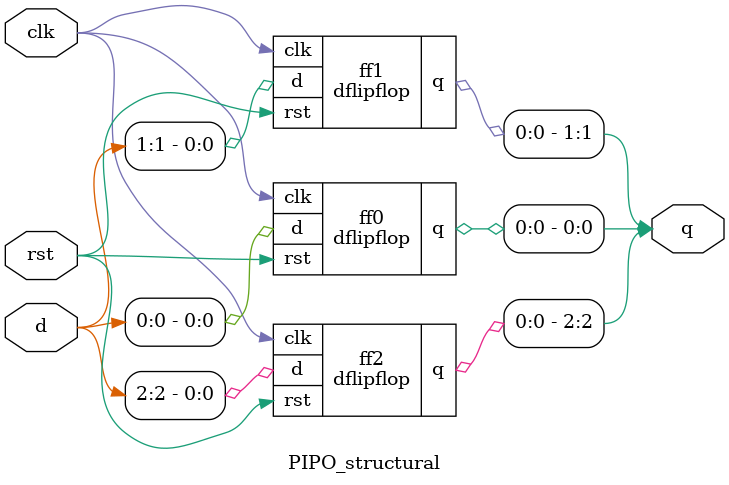
<source format=v>
module dflipflop (d,clk,rst,q);
    input d,clk,rst;
    output reg q;

    always @(negedge rst, posedge clk)//positive edge triggered, change posedge to negedge for negative edge triggered flip flop
    if(!rst)
    q=0;
    else
    q=d;
endmodule

module PIPO_structural (d,clk,rst,q);
    input [2:0]d;
    input clk,rst;
    output reg [2:0]q;

    dflipflop ff2 (d[2],clk,rst,q[2]);
    dflipflop ff1 (d[1],clk,rst,q[1]);
    dflipflop ff0 (d[0],clk,rst,q[0]);
endmodule
</source>
